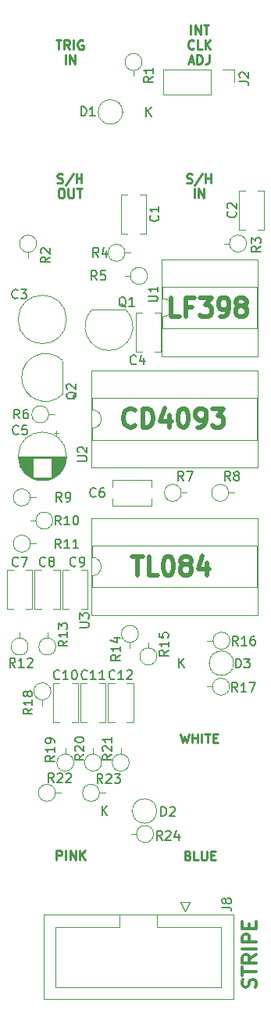
<source format=gto>
%TF.GenerationSoftware,KiCad,Pcbnew,(6.0.1)*%
%TF.CreationDate,2022-11-16T09:00:54-05:00*%
%TF.ProjectId,ER-SH-NOISE-01,45522d53-482d-44e4-9f49-53452d30312e,1*%
%TF.SameCoordinates,Original*%
%TF.FileFunction,Legend,Top*%
%TF.FilePolarity,Positive*%
%FSLAX46Y46*%
G04 Gerber Fmt 4.6, Leading zero omitted, Abs format (unit mm)*
G04 Created by KiCad (PCBNEW (6.0.1)) date 2022-11-16 09:00:54*
%MOMM*%
%LPD*%
G01*
G04 APERTURE LIST*
%ADD10C,0.250000*%
%ADD11C,0.375000*%
%ADD12C,0.500000*%
%ADD13C,0.150000*%
%ADD14C,0.120000*%
G04 APERTURE END LIST*
D10*
X118595238Y-14842380D02*
X118595238Y-13842380D01*
X119071428Y-14842380D02*
X119071428Y-13842380D01*
X119642857Y-14842380D01*
X119642857Y-13842380D01*
X119976190Y-13842380D02*
X120547619Y-13842380D01*
X120261904Y-14842380D02*
X120261904Y-13842380D01*
X118904761Y-16357142D02*
X118857142Y-16404761D01*
X118714285Y-16452380D01*
X118619047Y-16452380D01*
X118476190Y-16404761D01*
X118380952Y-16309523D01*
X118333333Y-16214285D01*
X118285714Y-16023809D01*
X118285714Y-15880952D01*
X118333333Y-15690476D01*
X118380952Y-15595238D01*
X118476190Y-15500000D01*
X118619047Y-15452380D01*
X118714285Y-15452380D01*
X118857142Y-15500000D01*
X118904761Y-15547619D01*
X119809523Y-16452380D02*
X119333333Y-16452380D01*
X119333333Y-15452380D01*
X120142857Y-16452380D02*
X120142857Y-15452380D01*
X120714285Y-16452380D02*
X120285714Y-15880952D01*
X120714285Y-15452380D02*
X120142857Y-16023809D01*
X118380952Y-17776666D02*
X118857142Y-17776666D01*
X118285714Y-18062380D02*
X118619047Y-17062380D01*
X118952380Y-18062380D01*
X119285714Y-18062380D02*
X119285714Y-17062380D01*
X119523809Y-17062380D01*
X119666666Y-17110000D01*
X119761904Y-17205238D01*
X119809523Y-17300476D01*
X119857142Y-17490952D01*
X119857142Y-17633809D01*
X119809523Y-17824285D01*
X119761904Y-17919523D01*
X119666666Y-18014761D01*
X119523809Y-18062380D01*
X119285714Y-18062380D01*
X120571428Y-17062380D02*
X120571428Y-17776666D01*
X120523809Y-17919523D01*
X120428571Y-18014761D01*
X120285714Y-18062380D01*
X120190476Y-18062380D01*
X104038590Y-104236780D02*
X104038590Y-103236780D01*
X104419542Y-103236780D01*
X104514780Y-103284400D01*
X104562400Y-103332019D01*
X104610019Y-103427257D01*
X104610019Y-103570114D01*
X104562400Y-103665352D01*
X104514780Y-103712971D01*
X104419542Y-103760590D01*
X104038590Y-103760590D01*
X105038590Y-104236780D02*
X105038590Y-103236780D01*
X105514780Y-104236780D02*
X105514780Y-103236780D01*
X106086209Y-104236780D01*
X106086209Y-103236780D01*
X106562400Y-104236780D02*
X106562400Y-103236780D01*
X107133828Y-104236780D02*
X106705257Y-103665352D01*
X107133828Y-103236780D02*
X106562400Y-103808209D01*
D11*
X125607142Y-118035714D02*
X125678571Y-117821428D01*
X125678571Y-117464285D01*
X125607142Y-117321428D01*
X125535714Y-117250000D01*
X125392857Y-117178571D01*
X125250000Y-117178571D01*
X125107142Y-117250000D01*
X125035714Y-117321428D01*
X124964285Y-117464285D01*
X124892857Y-117750000D01*
X124821428Y-117892857D01*
X124750000Y-117964285D01*
X124607142Y-118035714D01*
X124464285Y-118035714D01*
X124321428Y-117964285D01*
X124250000Y-117892857D01*
X124178571Y-117750000D01*
X124178571Y-117392857D01*
X124250000Y-117178571D01*
X124178571Y-116750000D02*
X124178571Y-115892857D01*
X125678571Y-116321428D02*
X124178571Y-116321428D01*
X125678571Y-114535714D02*
X124964285Y-115035714D01*
X125678571Y-115392857D02*
X124178571Y-115392857D01*
X124178571Y-114821428D01*
X124250000Y-114678571D01*
X124321428Y-114607142D01*
X124464285Y-114535714D01*
X124678571Y-114535714D01*
X124821428Y-114607142D01*
X124892857Y-114678571D01*
X124964285Y-114821428D01*
X124964285Y-115392857D01*
X125678571Y-113892857D02*
X124178571Y-113892857D01*
X125678571Y-113178571D02*
X124178571Y-113178571D01*
X124178571Y-112607142D01*
X124250000Y-112464285D01*
X124321428Y-112392857D01*
X124464285Y-112321428D01*
X124678571Y-112321428D01*
X124821428Y-112392857D01*
X124892857Y-112464285D01*
X124964285Y-112607142D01*
X124964285Y-113178571D01*
X124892857Y-111678571D02*
X124892857Y-111178571D01*
X125678571Y-110964285D02*
X125678571Y-111678571D01*
X124178571Y-111678571D01*
X124178571Y-110964285D01*
D12*
X117404761Y-45404761D02*
X116452380Y-45404761D01*
X116452380Y-43404761D01*
X118738095Y-44357142D02*
X118071428Y-44357142D01*
X118071428Y-45404761D02*
X118071428Y-43404761D01*
X119023809Y-43404761D01*
X119595238Y-43404761D02*
X120833333Y-43404761D01*
X120166666Y-44166666D01*
X120452380Y-44166666D01*
X120642857Y-44261904D01*
X120738095Y-44357142D01*
X120833333Y-44547619D01*
X120833333Y-45023809D01*
X120738095Y-45214285D01*
X120642857Y-45309523D01*
X120452380Y-45404761D01*
X119880952Y-45404761D01*
X119690476Y-45309523D01*
X119595238Y-45214285D01*
X121785714Y-45404761D02*
X122166666Y-45404761D01*
X122357142Y-45309523D01*
X122452380Y-45214285D01*
X122642857Y-44928571D01*
X122738095Y-44547619D01*
X122738095Y-43785714D01*
X122642857Y-43595238D01*
X122547619Y-43500000D01*
X122357142Y-43404761D01*
X121976190Y-43404761D01*
X121785714Y-43500000D01*
X121690476Y-43595238D01*
X121595238Y-43785714D01*
X121595238Y-44261904D01*
X121690476Y-44452380D01*
X121785714Y-44547619D01*
X121976190Y-44642857D01*
X122357142Y-44642857D01*
X122547619Y-44547619D01*
X122642857Y-44452380D01*
X122738095Y-44261904D01*
X123880952Y-44261904D02*
X123690476Y-44166666D01*
X123595238Y-44071428D01*
X123500000Y-43880952D01*
X123500000Y-43785714D01*
X123595238Y-43595238D01*
X123690476Y-43500000D01*
X123880952Y-43404761D01*
X124261904Y-43404761D01*
X124452380Y-43500000D01*
X124547619Y-43595238D01*
X124642857Y-43785714D01*
X124642857Y-43880952D01*
X124547619Y-44071428D01*
X124452380Y-44166666D01*
X124261904Y-44261904D01*
X123880952Y-44261904D01*
X123690476Y-44357142D01*
X123595238Y-44452380D01*
X123500000Y-44642857D01*
X123500000Y-45023809D01*
X123595238Y-45214285D01*
X123690476Y-45309523D01*
X123880952Y-45404761D01*
X124261904Y-45404761D01*
X124452380Y-45309523D01*
X124547619Y-45214285D01*
X124642857Y-45023809D01*
X124642857Y-44642857D01*
X124547619Y-44452380D01*
X124452380Y-44357142D01*
X124261904Y-44261904D01*
D10*
X117508590Y-90587580D02*
X117746685Y-91587580D01*
X117937161Y-90873295D01*
X118127638Y-91587580D01*
X118365733Y-90587580D01*
X118746685Y-91587580D02*
X118746685Y-90587580D01*
X118746685Y-91063771D02*
X119318114Y-91063771D01*
X119318114Y-91587580D02*
X119318114Y-90587580D01*
X119794304Y-91587580D02*
X119794304Y-90587580D01*
X120127638Y-90587580D02*
X120699066Y-90587580D01*
X120413352Y-91587580D02*
X120413352Y-90587580D01*
X121032400Y-91063771D02*
X121365733Y-91063771D01*
X121508590Y-91587580D02*
X121032400Y-91587580D01*
X121032400Y-90587580D01*
X121508590Y-90587580D01*
X103987790Y-15462180D02*
X104559219Y-15462180D01*
X104273504Y-16462180D02*
X104273504Y-15462180D01*
X105463980Y-16462180D02*
X105130647Y-15985990D01*
X104892552Y-16462180D02*
X104892552Y-15462180D01*
X105273504Y-15462180D01*
X105368742Y-15509800D01*
X105416361Y-15557419D01*
X105463980Y-15652657D01*
X105463980Y-15795514D01*
X105416361Y-15890752D01*
X105368742Y-15938371D01*
X105273504Y-15985990D01*
X104892552Y-15985990D01*
X105892552Y-16462180D02*
X105892552Y-15462180D01*
X106892552Y-15509800D02*
X106797314Y-15462180D01*
X106654457Y-15462180D01*
X106511600Y-15509800D01*
X106416361Y-15605038D01*
X106368742Y-15700276D01*
X106321123Y-15890752D01*
X106321123Y-16033609D01*
X106368742Y-16224085D01*
X106416361Y-16319323D01*
X106511600Y-16414561D01*
X106654457Y-16462180D01*
X106749695Y-16462180D01*
X106892552Y-16414561D01*
X106940171Y-16366942D01*
X106940171Y-16033609D01*
X106749695Y-16033609D01*
X104987790Y-18072180D02*
X104987790Y-17072180D01*
X105463980Y-18072180D02*
X105463980Y-17072180D01*
X106035409Y-18072180D01*
X106035409Y-17072180D01*
D12*
X112261904Y-71404761D02*
X113404761Y-71404761D01*
X112833333Y-73404761D02*
X112833333Y-71404761D01*
X115023809Y-73404761D02*
X114071428Y-73404761D01*
X114071428Y-71404761D01*
X116071428Y-71404761D02*
X116261904Y-71404761D01*
X116452380Y-71500000D01*
X116547619Y-71595238D01*
X116642857Y-71785714D01*
X116738095Y-72166666D01*
X116738095Y-72642857D01*
X116642857Y-73023809D01*
X116547619Y-73214285D01*
X116452380Y-73309523D01*
X116261904Y-73404761D01*
X116071428Y-73404761D01*
X115880952Y-73309523D01*
X115785714Y-73214285D01*
X115690476Y-73023809D01*
X115595238Y-72642857D01*
X115595238Y-72166666D01*
X115690476Y-71785714D01*
X115785714Y-71595238D01*
X115880952Y-71500000D01*
X116071428Y-71404761D01*
X117880952Y-72261904D02*
X117690476Y-72166666D01*
X117595238Y-72071428D01*
X117500000Y-71880952D01*
X117500000Y-71785714D01*
X117595238Y-71595238D01*
X117690476Y-71500000D01*
X117880952Y-71404761D01*
X118261904Y-71404761D01*
X118452380Y-71500000D01*
X118547619Y-71595238D01*
X118642857Y-71785714D01*
X118642857Y-71880952D01*
X118547619Y-72071428D01*
X118452380Y-72166666D01*
X118261904Y-72261904D01*
X117880952Y-72261904D01*
X117690476Y-72357142D01*
X117595238Y-72452380D01*
X117500000Y-72642857D01*
X117500000Y-73023809D01*
X117595238Y-73214285D01*
X117690476Y-73309523D01*
X117880952Y-73404761D01*
X118261904Y-73404761D01*
X118452380Y-73309523D01*
X118547619Y-73214285D01*
X118642857Y-73023809D01*
X118642857Y-72642857D01*
X118547619Y-72452380D01*
X118452380Y-72357142D01*
X118261904Y-72261904D01*
X120357142Y-72071428D02*
X120357142Y-73404761D01*
X119880952Y-71309523D02*
X119404761Y-72738095D01*
X120642857Y-72738095D01*
D10*
X118273676Y-103763771D02*
X118416533Y-103811390D01*
X118464152Y-103859009D01*
X118511771Y-103954247D01*
X118511771Y-104097104D01*
X118464152Y-104192342D01*
X118416533Y-104239961D01*
X118321295Y-104287580D01*
X117940342Y-104287580D01*
X117940342Y-103287580D01*
X118273676Y-103287580D01*
X118368914Y-103335200D01*
X118416533Y-103382819D01*
X118464152Y-103478057D01*
X118464152Y-103573295D01*
X118416533Y-103668533D01*
X118368914Y-103716152D01*
X118273676Y-103763771D01*
X117940342Y-103763771D01*
X119416533Y-104287580D02*
X118940342Y-104287580D01*
X118940342Y-103287580D01*
X119749866Y-103287580D02*
X119749866Y-104097104D01*
X119797485Y-104192342D01*
X119845104Y-104239961D01*
X119940342Y-104287580D01*
X120130819Y-104287580D01*
X120226057Y-104239961D01*
X120273676Y-104192342D01*
X120321295Y-104097104D01*
X120321295Y-103287580D01*
X120797485Y-103763771D02*
X121130819Y-103763771D01*
X121273676Y-104287580D02*
X120797485Y-104287580D01*
X120797485Y-103287580D01*
X121273676Y-103287580D01*
X118148266Y-30892561D02*
X118291123Y-30940180D01*
X118529219Y-30940180D01*
X118624457Y-30892561D01*
X118672076Y-30844942D01*
X118719695Y-30749704D01*
X118719695Y-30654466D01*
X118672076Y-30559228D01*
X118624457Y-30511609D01*
X118529219Y-30463990D01*
X118338742Y-30416371D01*
X118243504Y-30368752D01*
X118195885Y-30321133D01*
X118148266Y-30225895D01*
X118148266Y-30130657D01*
X118195885Y-30035419D01*
X118243504Y-29987800D01*
X118338742Y-29940180D01*
X118576838Y-29940180D01*
X118719695Y-29987800D01*
X119862552Y-29892561D02*
X119005409Y-31178276D01*
X120195885Y-30940180D02*
X120195885Y-29940180D01*
X120195885Y-30416371D02*
X120767314Y-30416371D01*
X120767314Y-30940180D02*
X120767314Y-29940180D01*
X118957790Y-32550180D02*
X118957790Y-31550180D01*
X119433980Y-32550180D02*
X119433980Y-31550180D01*
X120005409Y-32550180D01*
X120005409Y-31550180D01*
X104127466Y-30892561D02*
X104270323Y-30940180D01*
X104508419Y-30940180D01*
X104603657Y-30892561D01*
X104651276Y-30844942D01*
X104698895Y-30749704D01*
X104698895Y-30654466D01*
X104651276Y-30559228D01*
X104603657Y-30511609D01*
X104508419Y-30463990D01*
X104317942Y-30416371D01*
X104222704Y-30368752D01*
X104175085Y-30321133D01*
X104127466Y-30225895D01*
X104127466Y-30130657D01*
X104175085Y-30035419D01*
X104222704Y-29987800D01*
X104317942Y-29940180D01*
X104556038Y-29940180D01*
X104698895Y-29987800D01*
X105841752Y-29892561D02*
X104984609Y-31178276D01*
X106175085Y-30940180D02*
X106175085Y-29940180D01*
X106175085Y-30416371D02*
X106746514Y-30416371D01*
X106746514Y-30940180D02*
X106746514Y-29940180D01*
X104460800Y-31550180D02*
X104651276Y-31550180D01*
X104746514Y-31597800D01*
X104841752Y-31693038D01*
X104889371Y-31883514D01*
X104889371Y-32216847D01*
X104841752Y-32407323D01*
X104746514Y-32502561D01*
X104651276Y-32550180D01*
X104460800Y-32550180D01*
X104365561Y-32502561D01*
X104270323Y-32407323D01*
X104222704Y-32216847D01*
X104222704Y-31883514D01*
X104270323Y-31693038D01*
X104365561Y-31597800D01*
X104460800Y-31550180D01*
X105317942Y-31550180D02*
X105317942Y-32359704D01*
X105365561Y-32454942D01*
X105413180Y-32502561D01*
X105508419Y-32550180D01*
X105698895Y-32550180D01*
X105794133Y-32502561D01*
X105841752Y-32454942D01*
X105889371Y-32359704D01*
X105889371Y-31550180D01*
X106222704Y-31550180D02*
X106794133Y-31550180D01*
X106508419Y-32550180D02*
X106508419Y-31550180D01*
D12*
X112547923Y-57203885D02*
X112452685Y-57299123D01*
X112166971Y-57394361D01*
X111976495Y-57394361D01*
X111690780Y-57299123D01*
X111500304Y-57108647D01*
X111405066Y-56918171D01*
X111309828Y-56537219D01*
X111309828Y-56251504D01*
X111405066Y-55870552D01*
X111500304Y-55680076D01*
X111690780Y-55489600D01*
X111976495Y-55394361D01*
X112166971Y-55394361D01*
X112452685Y-55489600D01*
X112547923Y-55584838D01*
X113405066Y-57394361D02*
X113405066Y-55394361D01*
X113881257Y-55394361D01*
X114166971Y-55489600D01*
X114357447Y-55680076D01*
X114452685Y-55870552D01*
X114547923Y-56251504D01*
X114547923Y-56537219D01*
X114452685Y-56918171D01*
X114357447Y-57108647D01*
X114166971Y-57299123D01*
X113881257Y-57394361D01*
X113405066Y-57394361D01*
X116262209Y-56061028D02*
X116262209Y-57394361D01*
X115786019Y-55299123D02*
X115309828Y-56727695D01*
X116547923Y-56727695D01*
X117690780Y-55394361D02*
X117881257Y-55394361D01*
X118071733Y-55489600D01*
X118166971Y-55584838D01*
X118262209Y-55775314D01*
X118357447Y-56156266D01*
X118357447Y-56632457D01*
X118262209Y-57013409D01*
X118166971Y-57203885D01*
X118071733Y-57299123D01*
X117881257Y-57394361D01*
X117690780Y-57394361D01*
X117500304Y-57299123D01*
X117405066Y-57203885D01*
X117309828Y-57013409D01*
X117214590Y-56632457D01*
X117214590Y-56156266D01*
X117309828Y-55775314D01*
X117405066Y-55584838D01*
X117500304Y-55489600D01*
X117690780Y-55394361D01*
X119309828Y-57394361D02*
X119690780Y-57394361D01*
X119881257Y-57299123D01*
X119976495Y-57203885D01*
X120166971Y-56918171D01*
X120262209Y-56537219D01*
X120262209Y-55775314D01*
X120166971Y-55584838D01*
X120071733Y-55489600D01*
X119881257Y-55394361D01*
X119500304Y-55394361D01*
X119309828Y-55489600D01*
X119214590Y-55584838D01*
X119119352Y-55775314D01*
X119119352Y-56251504D01*
X119214590Y-56441980D01*
X119309828Y-56537219D01*
X119500304Y-56632457D01*
X119881257Y-56632457D01*
X120071733Y-56537219D01*
X120166971Y-56441980D01*
X120262209Y-56251504D01*
X120928876Y-55394361D02*
X122166971Y-55394361D01*
X121500304Y-56156266D01*
X121786019Y-56156266D01*
X121976495Y-56251504D01*
X122071733Y-56346742D01*
X122166971Y-56537219D01*
X122166971Y-57013409D01*
X122071733Y-57203885D01*
X121976495Y-57299123D01*
X121786019Y-57394361D01*
X121214590Y-57394361D01*
X121024114Y-57299123D01*
X120928876Y-57203885D01*
D13*
%TO.C,U1*%
X114006380Y-43738704D02*
X114815904Y-43738704D01*
X114911142Y-43691085D01*
X114958761Y-43643466D01*
X115006380Y-43548228D01*
X115006380Y-43357752D01*
X114958761Y-43262514D01*
X114911142Y-43214895D01*
X114815904Y-43167276D01*
X114006380Y-43167276D01*
X115006380Y-42167276D02*
X115006380Y-42738704D01*
X115006380Y-42452990D02*
X114006380Y-42452990D01*
X114149238Y-42548228D01*
X114244476Y-42643466D01*
X114292095Y-42738704D01*
%TO.C,R19*%
X103830380Y-92971857D02*
X103354190Y-93305190D01*
X103830380Y-93543285D02*
X102830380Y-93543285D01*
X102830380Y-93162333D01*
X102878000Y-93067095D01*
X102925619Y-93019476D01*
X103020857Y-92971857D01*
X103163714Y-92971857D01*
X103258952Y-93019476D01*
X103306571Y-93067095D01*
X103354190Y-93162333D01*
X103354190Y-93543285D01*
X103830380Y-92019476D02*
X103830380Y-92590904D01*
X103830380Y-92305190D02*
X102830380Y-92305190D01*
X102973238Y-92400428D01*
X103068476Y-92495666D01*
X103116095Y-92590904D01*
X103830380Y-91543285D02*
X103830380Y-91352809D01*
X103782761Y-91257571D01*
X103735142Y-91209952D01*
X103592285Y-91114714D01*
X103401809Y-91067095D01*
X103020857Y-91067095D01*
X102925619Y-91114714D01*
X102878000Y-91162333D01*
X102830380Y-91257571D01*
X102830380Y-91448047D01*
X102878000Y-91543285D01*
X102925619Y-91590904D01*
X103020857Y-91638523D01*
X103258952Y-91638523D01*
X103354190Y-91590904D01*
X103401809Y-91543285D01*
X103449428Y-91448047D01*
X103449428Y-91257571D01*
X103401809Y-91162333D01*
X103354190Y-91114714D01*
X103258952Y-91067095D01*
%TO.C,D2*%
X115390704Y-99512380D02*
X115390704Y-98512380D01*
X115628800Y-98512380D01*
X115771657Y-98560000D01*
X115866895Y-98655238D01*
X115914514Y-98750476D01*
X115962133Y-98940952D01*
X115962133Y-99083809D01*
X115914514Y-99274285D01*
X115866895Y-99369523D01*
X115771657Y-99464761D01*
X115628800Y-99512380D01*
X115390704Y-99512380D01*
X116343085Y-98607619D02*
X116390704Y-98560000D01*
X116485942Y-98512380D01*
X116724038Y-98512380D01*
X116819276Y-98560000D01*
X116866895Y-98607619D01*
X116914514Y-98702857D01*
X116914514Y-98798095D01*
X116866895Y-98940952D01*
X116295466Y-99512380D01*
X116914514Y-99512380D01*
X108983610Y-99410780D02*
X108983610Y-98410780D01*
X109555038Y-99410780D02*
X109126467Y-98839352D01*
X109555038Y-98410780D02*
X108983610Y-98982209D01*
%TO.C,R6*%
X100036333Y-56452380D02*
X99703000Y-55976190D01*
X99464904Y-56452380D02*
X99464904Y-55452380D01*
X99845857Y-55452380D01*
X99941095Y-55500000D01*
X99988714Y-55547619D01*
X100036333Y-55642857D01*
X100036333Y-55785714D01*
X99988714Y-55880952D01*
X99941095Y-55928571D01*
X99845857Y-55976190D01*
X99464904Y-55976190D01*
X100893476Y-55452380D02*
X100703000Y-55452380D01*
X100607761Y-55500000D01*
X100560142Y-55547619D01*
X100464904Y-55690476D01*
X100417285Y-55880952D01*
X100417285Y-56261904D01*
X100464904Y-56357142D01*
X100512523Y-56404761D01*
X100607761Y-56452380D01*
X100798238Y-56452380D01*
X100893476Y-56404761D01*
X100941095Y-56357142D01*
X100988714Y-56261904D01*
X100988714Y-56023809D01*
X100941095Y-55928571D01*
X100893476Y-55880952D01*
X100798238Y-55833333D01*
X100607761Y-55833333D01*
X100512523Y-55880952D01*
X100464904Y-55928571D01*
X100417285Y-56023809D01*
%TO.C,U2*%
X106337376Y-61086896D02*
X107146900Y-61086896D01*
X107242138Y-61039277D01*
X107289757Y-60991658D01*
X107337376Y-60896420D01*
X107337376Y-60705944D01*
X107289757Y-60610706D01*
X107242138Y-60563087D01*
X107146900Y-60515468D01*
X106337376Y-60515468D01*
X106432615Y-60086896D02*
X106384996Y-60039277D01*
X106337376Y-59944039D01*
X106337376Y-59705944D01*
X106384996Y-59610706D01*
X106432615Y-59563087D01*
X106527853Y-59515468D01*
X106623091Y-59515468D01*
X106765948Y-59563087D01*
X107337376Y-60134515D01*
X107337376Y-59515468D01*
%TO.C,C12*%
X110357149Y-84607143D02*
X110309530Y-84654762D01*
X110166673Y-84702381D01*
X110071435Y-84702381D01*
X109928578Y-84654762D01*
X109833340Y-84559524D01*
X109785721Y-84464286D01*
X109738102Y-84273810D01*
X109738102Y-84130953D01*
X109785721Y-83940477D01*
X109833340Y-83845239D01*
X109928578Y-83750001D01*
X110071435Y-83702381D01*
X110166673Y-83702381D01*
X110309530Y-83750001D01*
X110357149Y-83797620D01*
X111309530Y-84702381D02*
X110738102Y-84702381D01*
X111023816Y-84702381D02*
X111023816Y-83702381D01*
X110928578Y-83845239D01*
X110833340Y-83940477D01*
X110738102Y-83988096D01*
X111690483Y-83797620D02*
X111738102Y-83750001D01*
X111833340Y-83702381D01*
X112071435Y-83702381D01*
X112166673Y-83750001D01*
X112214292Y-83797620D01*
X112261911Y-83892858D01*
X112261911Y-83988096D01*
X112214292Y-84130953D01*
X111642864Y-84702381D01*
X112261911Y-84702381D01*
%TO.C,C1*%
X115038142Y-34456656D02*
X115085761Y-34504275D01*
X115133380Y-34647132D01*
X115133380Y-34742370D01*
X115085761Y-34885228D01*
X114990523Y-34980466D01*
X114895285Y-35028085D01*
X114704809Y-35075704D01*
X114561952Y-35075704D01*
X114371476Y-35028085D01*
X114276238Y-34980466D01*
X114181000Y-34885228D01*
X114133380Y-34742370D01*
X114133380Y-34647132D01*
X114181000Y-34504275D01*
X114228619Y-34456656D01*
X115133380Y-33504275D02*
X115133380Y-34075704D01*
X115133380Y-33789990D02*
X114133380Y-33789990D01*
X114276238Y-33885228D01*
X114371476Y-33980466D01*
X114419095Y-34075704D01*
%TO.C,R13*%
X105227380Y-80522857D02*
X104751190Y-80856190D01*
X105227380Y-81094285D02*
X104227380Y-81094285D01*
X104227380Y-80713333D01*
X104275000Y-80618095D01*
X104322619Y-80570476D01*
X104417857Y-80522857D01*
X104560714Y-80522857D01*
X104655952Y-80570476D01*
X104703571Y-80618095D01*
X104751190Y-80713333D01*
X104751190Y-81094285D01*
X105227380Y-79570476D02*
X105227380Y-80141904D01*
X105227380Y-79856190D02*
X104227380Y-79856190D01*
X104370238Y-79951428D01*
X104465476Y-80046666D01*
X104513095Y-80141904D01*
X104227380Y-79237142D02*
X104227380Y-78618095D01*
X104608333Y-78951428D01*
X104608333Y-78808571D01*
X104655952Y-78713333D01*
X104703571Y-78665714D01*
X104798809Y-78618095D01*
X105036904Y-78618095D01*
X105132142Y-78665714D01*
X105179761Y-78713333D01*
X105227380Y-78808571D01*
X105227380Y-79094285D01*
X105179761Y-79189523D01*
X105132142Y-79237142D01*
%TO.C,R5*%
X108418333Y-41452380D02*
X108085000Y-40976190D01*
X107846904Y-41452380D02*
X107846904Y-40452380D01*
X108227857Y-40452380D01*
X108323095Y-40500000D01*
X108370714Y-40547619D01*
X108418333Y-40642857D01*
X108418333Y-40785714D01*
X108370714Y-40880952D01*
X108323095Y-40928571D01*
X108227857Y-40976190D01*
X107846904Y-40976190D01*
X109323095Y-40452380D02*
X108846904Y-40452380D01*
X108799285Y-40928571D01*
X108846904Y-40880952D01*
X108942142Y-40833333D01*
X109180238Y-40833333D01*
X109275476Y-40880952D01*
X109323095Y-40928571D01*
X109370714Y-41023809D01*
X109370714Y-41261904D01*
X109323095Y-41357142D01*
X109275476Y-41404761D01*
X109180238Y-41452380D01*
X108942142Y-41452380D01*
X108846904Y-41404761D01*
X108799285Y-41357142D01*
%TO.C,R3*%
X126182380Y-37809466D02*
X125706190Y-38142800D01*
X126182380Y-38380895D02*
X125182380Y-38380895D01*
X125182380Y-37999942D01*
X125230000Y-37904704D01*
X125277619Y-37857085D01*
X125372857Y-37809466D01*
X125515714Y-37809466D01*
X125610952Y-37857085D01*
X125658571Y-37904704D01*
X125706190Y-37999942D01*
X125706190Y-38380895D01*
X125182380Y-37476133D02*
X125182380Y-36857085D01*
X125563333Y-37190419D01*
X125563333Y-37047561D01*
X125610952Y-36952323D01*
X125658571Y-36904704D01*
X125753809Y-36857085D01*
X125991904Y-36857085D01*
X126087142Y-36904704D01*
X126134761Y-36952323D01*
X126182380Y-37047561D01*
X126182380Y-37333276D01*
X126134761Y-37428514D01*
X126087142Y-37476133D01*
%TO.C,J2*%
X123861580Y-19942133D02*
X124575866Y-19942133D01*
X124718723Y-19989752D01*
X124813961Y-20084990D01*
X124861580Y-20227847D01*
X124861580Y-20323085D01*
X123956819Y-19513561D02*
X123909200Y-19465942D01*
X123861580Y-19370704D01*
X123861580Y-19132609D01*
X123909200Y-19037371D01*
X123956819Y-18989752D01*
X124052057Y-18942133D01*
X124147295Y-18942133D01*
X124290152Y-18989752D01*
X124861580Y-19561180D01*
X124861580Y-18942133D01*
%TO.C,D3*%
X123467904Y-83459580D02*
X123467904Y-82459580D01*
X123706000Y-82459580D01*
X123848857Y-82507200D01*
X123944095Y-82602438D01*
X123991714Y-82697676D01*
X124039333Y-82888152D01*
X124039333Y-83031009D01*
X123991714Y-83221485D01*
X123944095Y-83316723D01*
X123848857Y-83411961D01*
X123706000Y-83459580D01*
X123467904Y-83459580D01*
X124372666Y-82459580D02*
X124991714Y-82459580D01*
X124658380Y-82840533D01*
X124801238Y-82840533D01*
X124896476Y-82888152D01*
X124944095Y-82935771D01*
X124991714Y-83031009D01*
X124991714Y-83269104D01*
X124944095Y-83364342D01*
X124896476Y-83411961D01*
X124801238Y-83459580D01*
X124515523Y-83459580D01*
X124420285Y-83411961D01*
X124372666Y-83364342D01*
X117318095Y-83408780D02*
X117318095Y-82408780D01*
X117889523Y-83408780D02*
X117460952Y-82837352D01*
X117889523Y-82408780D02*
X117318095Y-82980209D01*
%TO.C,R18*%
X101417380Y-87872857D02*
X100941190Y-88206190D01*
X101417380Y-88444285D02*
X100417380Y-88444285D01*
X100417380Y-88063333D01*
X100465000Y-87968095D01*
X100512619Y-87920476D01*
X100607857Y-87872857D01*
X100750714Y-87872857D01*
X100845952Y-87920476D01*
X100893571Y-87968095D01*
X100941190Y-88063333D01*
X100941190Y-88444285D01*
X101417380Y-86920476D02*
X101417380Y-87491904D01*
X101417380Y-87206190D02*
X100417380Y-87206190D01*
X100560238Y-87301428D01*
X100655476Y-87396666D01*
X100703095Y-87491904D01*
X100845952Y-86349047D02*
X100798333Y-86444285D01*
X100750714Y-86491904D01*
X100655476Y-86539523D01*
X100607857Y-86539523D01*
X100512619Y-86491904D01*
X100465000Y-86444285D01*
X100417380Y-86349047D01*
X100417380Y-86158571D01*
X100465000Y-86063333D01*
X100512619Y-86015714D01*
X100607857Y-85968095D01*
X100655476Y-85968095D01*
X100750714Y-86015714D01*
X100798333Y-86063333D01*
X100845952Y-86158571D01*
X100845952Y-86349047D01*
X100893571Y-86444285D01*
X100941190Y-86491904D01*
X101036428Y-86539523D01*
X101226904Y-86539523D01*
X101322142Y-86491904D01*
X101369761Y-86444285D01*
X101417380Y-86349047D01*
X101417380Y-86158571D01*
X101369761Y-86063333D01*
X101322142Y-86015714D01*
X101226904Y-85968095D01*
X101036428Y-85968095D01*
X100941190Y-86015714D01*
X100893571Y-86063333D01*
X100845952Y-86158571D01*
%TO.C,J8*%
X121981980Y-109400933D02*
X122696266Y-109400933D01*
X122839123Y-109448552D01*
X122934361Y-109543790D01*
X122981980Y-109686647D01*
X122981980Y-109781885D01*
X122410552Y-108781885D02*
X122362933Y-108877123D01*
X122315314Y-108924742D01*
X122220076Y-108972361D01*
X122172457Y-108972361D01*
X122077219Y-108924742D01*
X122029600Y-108877123D01*
X121981980Y-108781885D01*
X121981980Y-108591409D01*
X122029600Y-108496171D01*
X122077219Y-108448552D01*
X122172457Y-108400933D01*
X122220076Y-108400933D01*
X122315314Y-108448552D01*
X122362933Y-108496171D01*
X122410552Y-108591409D01*
X122410552Y-108781885D01*
X122458171Y-108877123D01*
X122505790Y-108924742D01*
X122601028Y-108972361D01*
X122791504Y-108972361D01*
X122886742Y-108924742D01*
X122934361Y-108877123D01*
X122981980Y-108781885D01*
X122981980Y-108591409D01*
X122934361Y-108496171D01*
X122886742Y-108448552D01*
X122791504Y-108400933D01*
X122601028Y-108400933D01*
X122505790Y-108448552D01*
X122458171Y-108496171D01*
X122410552Y-108591409D01*
%TO.C,R11*%
X104513142Y-70505580D02*
X104179809Y-70029390D01*
X103941714Y-70505580D02*
X103941714Y-69505580D01*
X104322666Y-69505580D01*
X104417904Y-69553200D01*
X104465523Y-69600819D01*
X104513142Y-69696057D01*
X104513142Y-69838914D01*
X104465523Y-69934152D01*
X104417904Y-69981771D01*
X104322666Y-70029390D01*
X103941714Y-70029390D01*
X105465523Y-70505580D02*
X104894095Y-70505580D01*
X105179809Y-70505580D02*
X105179809Y-69505580D01*
X105084571Y-69648438D01*
X104989333Y-69743676D01*
X104894095Y-69791295D01*
X106417904Y-70505580D02*
X105846476Y-70505580D01*
X106132190Y-70505580D02*
X106132190Y-69505580D01*
X106036952Y-69648438D01*
X105941714Y-69743676D01*
X105846476Y-69791295D01*
%TO.C,R23*%
X109034342Y-95956380D02*
X108701009Y-95480190D01*
X108462914Y-95956380D02*
X108462914Y-94956380D01*
X108843866Y-94956380D01*
X108939104Y-95004000D01*
X108986723Y-95051619D01*
X109034342Y-95146857D01*
X109034342Y-95289714D01*
X108986723Y-95384952D01*
X108939104Y-95432571D01*
X108843866Y-95480190D01*
X108462914Y-95480190D01*
X109415295Y-95051619D02*
X109462914Y-95004000D01*
X109558152Y-94956380D01*
X109796247Y-94956380D01*
X109891485Y-95004000D01*
X109939104Y-95051619D01*
X109986723Y-95146857D01*
X109986723Y-95242095D01*
X109939104Y-95384952D01*
X109367676Y-95956380D01*
X109986723Y-95956380D01*
X110320057Y-94956380D02*
X110939104Y-94956380D01*
X110605771Y-95337333D01*
X110748628Y-95337333D01*
X110843866Y-95384952D01*
X110891485Y-95432571D01*
X110939104Y-95527809D01*
X110939104Y-95765904D01*
X110891485Y-95861142D01*
X110843866Y-95908761D01*
X110748628Y-95956380D01*
X110462914Y-95956380D01*
X110367676Y-95908761D01*
X110320057Y-95861142D01*
%TO.C,C7*%
X99878345Y-72366142D02*
X99830726Y-72413761D01*
X99687869Y-72461380D01*
X99592631Y-72461380D01*
X99449773Y-72413761D01*
X99354535Y-72318523D01*
X99306916Y-72223285D01*
X99259297Y-72032809D01*
X99259297Y-71889952D01*
X99306916Y-71699476D01*
X99354535Y-71604238D01*
X99449773Y-71509000D01*
X99592631Y-71461380D01*
X99687869Y-71461380D01*
X99830726Y-71509000D01*
X99878345Y-71556619D01*
X100211678Y-71461380D02*
X100878345Y-71461380D01*
X100449773Y-72461380D01*
%TO.C,D1*%
X106703904Y-23667980D02*
X106703904Y-22667980D01*
X106942000Y-22667980D01*
X107084857Y-22715600D01*
X107180095Y-22810838D01*
X107227714Y-22906076D01*
X107275333Y-23096552D01*
X107275333Y-23239409D01*
X107227714Y-23429885D01*
X107180095Y-23525123D01*
X107084857Y-23620361D01*
X106942000Y-23667980D01*
X106703904Y-23667980D01*
X108227714Y-23667980D02*
X107656285Y-23667980D01*
X107942000Y-23667980D02*
X107942000Y-22667980D01*
X107846761Y-22810838D01*
X107751523Y-22906076D01*
X107656285Y-22953695D01*
X113784095Y-23693380D02*
X113784095Y-22693380D01*
X114355523Y-23693380D02*
X113926952Y-23121952D01*
X114355523Y-22693380D02*
X113784095Y-23264809D01*
%TO.C,C5*%
X99909333Y-58097255D02*
X99861714Y-58144874D01*
X99718857Y-58192493D01*
X99623619Y-58192493D01*
X99480761Y-58144874D01*
X99385523Y-58049636D01*
X99337904Y-57954398D01*
X99290285Y-57763922D01*
X99290285Y-57621065D01*
X99337904Y-57430589D01*
X99385523Y-57335351D01*
X99480761Y-57240113D01*
X99623619Y-57192493D01*
X99718857Y-57192493D01*
X99861714Y-57240113D01*
X99909333Y-57287732D01*
X100814095Y-57192493D02*
X100337904Y-57192493D01*
X100290285Y-57668684D01*
X100337904Y-57621065D01*
X100433142Y-57573446D01*
X100671238Y-57573446D01*
X100766476Y-57621065D01*
X100814095Y-57668684D01*
X100861714Y-57763922D01*
X100861714Y-58002017D01*
X100814095Y-58097255D01*
X100766476Y-58144874D01*
X100671238Y-58192493D01*
X100433142Y-58192493D01*
X100337904Y-58144874D01*
X100290285Y-58097255D01*
%TO.C,R4*%
X108596133Y-38952380D02*
X108262800Y-38476190D01*
X108024704Y-38952380D02*
X108024704Y-37952380D01*
X108405657Y-37952380D01*
X108500895Y-38000000D01*
X108548514Y-38047619D01*
X108596133Y-38142857D01*
X108596133Y-38285714D01*
X108548514Y-38380952D01*
X108500895Y-38428571D01*
X108405657Y-38476190D01*
X108024704Y-38476190D01*
X109453276Y-38285714D02*
X109453276Y-38952380D01*
X109215180Y-37904761D02*
X108977085Y-38619047D01*
X109596133Y-38619047D01*
%TO.C,R2*%
X103337380Y-38951666D02*
X102861190Y-39285000D01*
X103337380Y-39523095D02*
X102337380Y-39523095D01*
X102337380Y-39142142D01*
X102385000Y-39046904D01*
X102432619Y-38999285D01*
X102527857Y-38951666D01*
X102670714Y-38951666D01*
X102765952Y-38999285D01*
X102813571Y-39046904D01*
X102861190Y-39142142D01*
X102861190Y-39523095D01*
X102432619Y-38570714D02*
X102385000Y-38523095D01*
X102337380Y-38427857D01*
X102337380Y-38189761D01*
X102385000Y-38094523D01*
X102432619Y-38046904D01*
X102527857Y-37999285D01*
X102623095Y-37999285D01*
X102765952Y-38046904D01*
X103337380Y-38618333D01*
X103337380Y-37999285D01*
%TO.C,R15*%
X116174780Y-81541857D02*
X115698590Y-81875190D01*
X116174780Y-82113285D02*
X115174780Y-82113285D01*
X115174780Y-81732333D01*
X115222400Y-81637095D01*
X115270019Y-81589476D01*
X115365257Y-81541857D01*
X115508114Y-81541857D01*
X115603352Y-81589476D01*
X115650971Y-81637095D01*
X115698590Y-81732333D01*
X115698590Y-82113285D01*
X116174780Y-80589476D02*
X116174780Y-81160904D01*
X116174780Y-80875190D02*
X115174780Y-80875190D01*
X115317638Y-80970428D01*
X115412876Y-81065666D01*
X115460495Y-81160904D01*
X115174780Y-79684714D02*
X115174780Y-80160904D01*
X115650971Y-80208523D01*
X115603352Y-80160904D01*
X115555733Y-80065666D01*
X115555733Y-79827571D01*
X115603352Y-79732333D01*
X115650971Y-79684714D01*
X115746209Y-79637095D01*
X115984304Y-79637095D01*
X116079542Y-79684714D01*
X116127161Y-79732333D01*
X116174780Y-79827571D01*
X116174780Y-80065666D01*
X116127161Y-80160904D01*
X116079542Y-80208523D01*
%TO.C,R20*%
X107005380Y-92844857D02*
X106529190Y-93178190D01*
X107005380Y-93416285D02*
X106005380Y-93416285D01*
X106005380Y-93035333D01*
X106053000Y-92940095D01*
X106100619Y-92892476D01*
X106195857Y-92844857D01*
X106338714Y-92844857D01*
X106433952Y-92892476D01*
X106481571Y-92940095D01*
X106529190Y-93035333D01*
X106529190Y-93416285D01*
X106100619Y-92463904D02*
X106053000Y-92416285D01*
X106005380Y-92321047D01*
X106005380Y-92082952D01*
X106053000Y-91987714D01*
X106100619Y-91940095D01*
X106195857Y-91892476D01*
X106291095Y-91892476D01*
X106433952Y-91940095D01*
X107005380Y-92511523D01*
X107005380Y-91892476D01*
X106005380Y-91273428D02*
X106005380Y-91178190D01*
X106053000Y-91082952D01*
X106100619Y-91035333D01*
X106195857Y-90987714D01*
X106386333Y-90940095D01*
X106624428Y-90940095D01*
X106814904Y-90987714D01*
X106910142Y-91035333D01*
X106957761Y-91082952D01*
X107005380Y-91178190D01*
X107005380Y-91273428D01*
X106957761Y-91368666D01*
X106910142Y-91416285D01*
X106814904Y-91463904D01*
X106624428Y-91511523D01*
X106386333Y-91511523D01*
X106195857Y-91463904D01*
X106100619Y-91416285D01*
X106053000Y-91368666D01*
X106005380Y-91273428D01*
%TO.C,R9*%
X104608333Y-65452380D02*
X104275000Y-64976190D01*
X104036904Y-65452380D02*
X104036904Y-64452380D01*
X104417857Y-64452380D01*
X104513095Y-64500000D01*
X104560714Y-64547619D01*
X104608333Y-64642857D01*
X104608333Y-64785714D01*
X104560714Y-64880952D01*
X104513095Y-64928571D01*
X104417857Y-64976190D01*
X104036904Y-64976190D01*
X105084523Y-65452380D02*
X105275000Y-65452380D01*
X105370238Y-65404761D01*
X105417857Y-65357142D01*
X105513095Y-65214285D01*
X105560714Y-65023809D01*
X105560714Y-64642857D01*
X105513095Y-64547619D01*
X105465476Y-64500000D01*
X105370238Y-64452380D01*
X105179761Y-64452380D01*
X105084523Y-64500000D01*
X105036904Y-64547619D01*
X104989285Y-64642857D01*
X104989285Y-64880952D01*
X105036904Y-64976190D01*
X105084523Y-65023809D01*
X105179761Y-65071428D01*
X105370238Y-65071428D01*
X105465476Y-65023809D01*
X105513095Y-64976190D01*
X105560714Y-64880952D01*
%TO.C,U3*%
X106538780Y-79095504D02*
X107348304Y-79095504D01*
X107443542Y-79047885D01*
X107491161Y-79000266D01*
X107538780Y-78905028D01*
X107538780Y-78714552D01*
X107491161Y-78619314D01*
X107443542Y-78571695D01*
X107348304Y-78524076D01*
X106538780Y-78524076D01*
X106538780Y-78143123D02*
X106538780Y-77524076D01*
X106919733Y-77857409D01*
X106919733Y-77714552D01*
X106967352Y-77619314D01*
X107014971Y-77571695D01*
X107110209Y-77524076D01*
X107348304Y-77524076D01*
X107443542Y-77571695D01*
X107491161Y-77619314D01*
X107538780Y-77714552D01*
X107538780Y-78000266D01*
X107491161Y-78095504D01*
X107443542Y-78143123D01*
%TO.C,R8*%
X122883333Y-63190380D02*
X122550000Y-62714190D01*
X122311904Y-63190380D02*
X122311904Y-62190380D01*
X122692857Y-62190380D01*
X122788095Y-62238000D01*
X122835714Y-62285619D01*
X122883333Y-62380857D01*
X122883333Y-62523714D01*
X122835714Y-62618952D01*
X122788095Y-62666571D01*
X122692857Y-62714190D01*
X122311904Y-62714190D01*
X123454761Y-62618952D02*
X123359523Y-62571333D01*
X123311904Y-62523714D01*
X123264285Y-62428476D01*
X123264285Y-62380857D01*
X123311904Y-62285619D01*
X123359523Y-62238000D01*
X123454761Y-62190380D01*
X123645238Y-62190380D01*
X123740476Y-62238000D01*
X123788095Y-62285619D01*
X123835714Y-62380857D01*
X123835714Y-62428476D01*
X123788095Y-62523714D01*
X123740476Y-62571333D01*
X123645238Y-62618952D01*
X123454761Y-62618952D01*
X123359523Y-62666571D01*
X123311904Y-62714190D01*
X123264285Y-62809428D01*
X123264285Y-62999904D01*
X123311904Y-63095142D01*
X123359523Y-63142761D01*
X123454761Y-63190380D01*
X123645238Y-63190380D01*
X123740476Y-63142761D01*
X123788095Y-63095142D01*
X123835714Y-62999904D01*
X123835714Y-62809428D01*
X123788095Y-62714190D01*
X123740476Y-62666571D01*
X123645238Y-62618952D01*
%TO.C,R14*%
X110942380Y-82049857D02*
X110466190Y-82383190D01*
X110942380Y-82621285D02*
X109942380Y-82621285D01*
X109942380Y-82240333D01*
X109990000Y-82145095D01*
X110037619Y-82097476D01*
X110132857Y-82049857D01*
X110275714Y-82049857D01*
X110370952Y-82097476D01*
X110418571Y-82145095D01*
X110466190Y-82240333D01*
X110466190Y-82621285D01*
X110942380Y-81097476D02*
X110942380Y-81668904D01*
X110942380Y-81383190D02*
X109942380Y-81383190D01*
X110085238Y-81478428D01*
X110180476Y-81573666D01*
X110228095Y-81668904D01*
X110275714Y-80240333D02*
X110942380Y-80240333D01*
X109894761Y-80478428D02*
X110609047Y-80716523D01*
X110609047Y-80097476D01*
%TO.C,C9*%
X106132333Y-72366142D02*
X106084714Y-72413761D01*
X105941857Y-72461380D01*
X105846619Y-72461380D01*
X105703761Y-72413761D01*
X105608523Y-72318523D01*
X105560904Y-72223285D01*
X105513285Y-72032809D01*
X105513285Y-71889952D01*
X105560904Y-71699476D01*
X105608523Y-71604238D01*
X105703761Y-71509000D01*
X105846619Y-71461380D01*
X105941857Y-71461380D01*
X106084714Y-71509000D01*
X106132333Y-71556619D01*
X106608523Y-72461380D02*
X106799000Y-72461380D01*
X106894238Y-72413761D01*
X106941857Y-72366142D01*
X107037095Y-72223285D01*
X107084714Y-72032809D01*
X107084714Y-71651857D01*
X107037095Y-71556619D01*
X106989476Y-71509000D01*
X106894238Y-71461380D01*
X106703761Y-71461380D01*
X106608523Y-71509000D01*
X106560904Y-71556619D01*
X106513285Y-71651857D01*
X106513285Y-71889952D01*
X106560904Y-71985190D01*
X106608523Y-72032809D01*
X106703761Y-72080428D01*
X106894238Y-72080428D01*
X106989476Y-72032809D01*
X107037095Y-71985190D01*
X107084714Y-71889952D01*
%TO.C,R7*%
X117816333Y-63190380D02*
X117483000Y-62714190D01*
X117244904Y-63190380D02*
X117244904Y-62190380D01*
X117625857Y-62190380D01*
X117721095Y-62238000D01*
X117768714Y-62285619D01*
X117816333Y-62380857D01*
X117816333Y-62523714D01*
X117768714Y-62618952D01*
X117721095Y-62666571D01*
X117625857Y-62714190D01*
X117244904Y-62714190D01*
X118149666Y-62190380D02*
X118816333Y-62190380D01*
X118387761Y-63190380D01*
%TO.C,R1*%
X114498380Y-19419866D02*
X114022190Y-19753200D01*
X114498380Y-19991295D02*
X113498380Y-19991295D01*
X113498380Y-19610342D01*
X113546000Y-19515104D01*
X113593619Y-19467485D01*
X113688857Y-19419866D01*
X113831714Y-19419866D01*
X113926952Y-19467485D01*
X113974571Y-19515104D01*
X114022190Y-19610342D01*
X114022190Y-19991295D01*
X114498380Y-18467485D02*
X114498380Y-19038914D01*
X114498380Y-18753200D02*
X113498380Y-18753200D01*
X113641238Y-18848438D01*
X113736476Y-18943676D01*
X113784095Y-19038914D01*
%TO.C,C6*%
X108288323Y-64857142D02*
X108240704Y-64904761D01*
X108097847Y-64952380D01*
X108002609Y-64952380D01*
X107859751Y-64904761D01*
X107764513Y-64809523D01*
X107716894Y-64714285D01*
X107669275Y-64523809D01*
X107669275Y-64380952D01*
X107716894Y-64190476D01*
X107764513Y-64095238D01*
X107859751Y-64000000D01*
X108002609Y-63952380D01*
X108097847Y-63952380D01*
X108240704Y-64000000D01*
X108288323Y-64047619D01*
X109145466Y-63952380D02*
X108954990Y-63952380D01*
X108859751Y-64000000D01*
X108812132Y-64047619D01*
X108716894Y-64190476D01*
X108669275Y-64380952D01*
X108669275Y-64761904D01*
X108716894Y-64857142D01*
X108764513Y-64904761D01*
X108859751Y-64952380D01*
X109050228Y-64952380D01*
X109145466Y-64904761D01*
X109193085Y-64857142D01*
X109240704Y-64761904D01*
X109240704Y-64523809D01*
X109193085Y-64428571D01*
X109145466Y-64380952D01*
X109050228Y-64333333D01*
X108859751Y-64333333D01*
X108764513Y-64380952D01*
X108716894Y-64428571D01*
X108669275Y-64523809D01*
%TO.C,Q2*%
X106211619Y-53595238D02*
X106164000Y-53690476D01*
X106068761Y-53785714D01*
X105925904Y-53928571D01*
X105878285Y-54023809D01*
X105878285Y-54119047D01*
X106116380Y-54071428D02*
X106068761Y-54166666D01*
X105973523Y-54261904D01*
X105783047Y-54309523D01*
X105449714Y-54309523D01*
X105259238Y-54261904D01*
X105164000Y-54166666D01*
X105116380Y-54071428D01*
X105116380Y-53880952D01*
X105164000Y-53785714D01*
X105259238Y-53690476D01*
X105449714Y-53642857D01*
X105783047Y-53642857D01*
X105973523Y-53690476D01*
X106068761Y-53785714D01*
X106116380Y-53880952D01*
X106116380Y-54071428D01*
X105211619Y-53261904D02*
X105164000Y-53214285D01*
X105116380Y-53119047D01*
X105116380Y-52880952D01*
X105164000Y-52785714D01*
X105211619Y-52738095D01*
X105306857Y-52690476D01*
X105402095Y-52690476D01*
X105544952Y-52738095D01*
X106116380Y-53309523D01*
X106116380Y-52690476D01*
%TO.C,C8*%
X102830333Y-72366142D02*
X102782714Y-72413761D01*
X102639857Y-72461380D01*
X102544619Y-72461380D01*
X102401761Y-72413761D01*
X102306523Y-72318523D01*
X102258904Y-72223285D01*
X102211285Y-72032809D01*
X102211285Y-71889952D01*
X102258904Y-71699476D01*
X102306523Y-71604238D01*
X102401761Y-71509000D01*
X102544619Y-71461380D01*
X102639857Y-71461380D01*
X102782714Y-71509000D01*
X102830333Y-71556619D01*
X103401761Y-71889952D02*
X103306523Y-71842333D01*
X103258904Y-71794714D01*
X103211285Y-71699476D01*
X103211285Y-71651857D01*
X103258904Y-71556619D01*
X103306523Y-71509000D01*
X103401761Y-71461380D01*
X103592238Y-71461380D01*
X103687476Y-71509000D01*
X103735095Y-71556619D01*
X103782714Y-71651857D01*
X103782714Y-71699476D01*
X103735095Y-71794714D01*
X103687476Y-71842333D01*
X103592238Y-71889952D01*
X103401761Y-71889952D01*
X103306523Y-71937571D01*
X103258904Y-71985190D01*
X103211285Y-72080428D01*
X103211285Y-72270904D01*
X103258904Y-72366142D01*
X103306523Y-72413761D01*
X103401761Y-72461380D01*
X103592238Y-72461380D01*
X103687476Y-72413761D01*
X103735095Y-72366142D01*
X103782714Y-72270904D01*
X103782714Y-72080428D01*
X103735095Y-71985190D01*
X103687476Y-71937571D01*
X103592238Y-71889952D01*
%TO.C,Q1*%
X111563161Y-44388019D02*
X111467923Y-44340400D01*
X111372685Y-44245161D01*
X111229828Y-44102304D01*
X111134590Y-44054685D01*
X111039352Y-44054685D01*
X111086971Y-44292780D02*
X110991733Y-44245161D01*
X110896495Y-44149923D01*
X110848876Y-43959447D01*
X110848876Y-43626114D01*
X110896495Y-43435638D01*
X110991733Y-43340400D01*
X111086971Y-43292780D01*
X111277447Y-43292780D01*
X111372685Y-43340400D01*
X111467923Y-43435638D01*
X111515542Y-43626114D01*
X111515542Y-43959447D01*
X111467923Y-44149923D01*
X111372685Y-44245161D01*
X111277447Y-44292780D01*
X111086971Y-44292780D01*
X112467923Y-44292780D02*
X111896495Y-44292780D01*
X112182209Y-44292780D02*
X112182209Y-43292780D01*
X112086971Y-43435638D01*
X111991733Y-43530876D01*
X111896495Y-43578495D01*
%TO.C,R22*%
X103751142Y-95854780D02*
X103417809Y-95378590D01*
X103179714Y-95854780D02*
X103179714Y-94854780D01*
X103560666Y-94854780D01*
X103655904Y-94902400D01*
X103703523Y-94950019D01*
X103751142Y-95045257D01*
X103751142Y-95188114D01*
X103703523Y-95283352D01*
X103655904Y-95330971D01*
X103560666Y-95378590D01*
X103179714Y-95378590D01*
X104132095Y-94950019D02*
X104179714Y-94902400D01*
X104274952Y-94854780D01*
X104513047Y-94854780D01*
X104608285Y-94902400D01*
X104655904Y-94950019D01*
X104703523Y-95045257D01*
X104703523Y-95140495D01*
X104655904Y-95283352D01*
X104084476Y-95854780D01*
X104703523Y-95854780D01*
X105084476Y-94950019D02*
X105132095Y-94902400D01*
X105227333Y-94854780D01*
X105465428Y-94854780D01*
X105560666Y-94902400D01*
X105608285Y-94950019D01*
X105655904Y-95045257D01*
X105655904Y-95140495D01*
X105608285Y-95283352D01*
X105036857Y-95854780D01*
X105655904Y-95854780D01*
%TO.C,R21*%
X110027980Y-92844857D02*
X109551790Y-93178190D01*
X110027980Y-93416285D02*
X109027980Y-93416285D01*
X109027980Y-93035333D01*
X109075600Y-92940095D01*
X109123219Y-92892476D01*
X109218457Y-92844857D01*
X109361314Y-92844857D01*
X109456552Y-92892476D01*
X109504171Y-92940095D01*
X109551790Y-93035333D01*
X109551790Y-93416285D01*
X109123219Y-92463904D02*
X109075600Y-92416285D01*
X109027980Y-92321047D01*
X109027980Y-92082952D01*
X109075600Y-91987714D01*
X109123219Y-91940095D01*
X109218457Y-91892476D01*
X109313695Y-91892476D01*
X109456552Y-91940095D01*
X110027980Y-92511523D01*
X110027980Y-91892476D01*
X110027980Y-90940095D02*
X110027980Y-91511523D01*
X110027980Y-91225809D02*
X109027980Y-91225809D01*
X109170838Y-91321047D01*
X109266076Y-91416285D01*
X109313695Y-91511523D01*
%TO.C,R24*%
X115485942Y-102103180D02*
X115152609Y-101626990D01*
X114914514Y-102103180D02*
X114914514Y-101103180D01*
X115295466Y-101103180D01*
X115390704Y-101150800D01*
X115438323Y-101198419D01*
X115485942Y-101293657D01*
X115485942Y-101436514D01*
X115438323Y-101531752D01*
X115390704Y-101579371D01*
X115295466Y-101626990D01*
X114914514Y-101626990D01*
X115866895Y-101198419D02*
X115914514Y-101150800D01*
X116009752Y-101103180D01*
X116247847Y-101103180D01*
X116343085Y-101150800D01*
X116390704Y-101198419D01*
X116438323Y-101293657D01*
X116438323Y-101388895D01*
X116390704Y-101531752D01*
X115819276Y-102103180D01*
X116438323Y-102103180D01*
X117295466Y-101436514D02*
X117295466Y-102103180D01*
X117057371Y-101055561D02*
X116819276Y-101769847D01*
X117438323Y-101769847D01*
%TO.C,C4*%
X112660133Y-50496742D02*
X112612514Y-50544361D01*
X112469657Y-50591980D01*
X112374419Y-50591980D01*
X112231561Y-50544361D01*
X112136323Y-50449123D01*
X112088704Y-50353885D01*
X112041085Y-50163409D01*
X112041085Y-50020552D01*
X112088704Y-49830076D01*
X112136323Y-49734838D01*
X112231561Y-49639600D01*
X112374419Y-49591980D01*
X112469657Y-49591980D01*
X112612514Y-49639600D01*
X112660133Y-49687219D01*
X113517276Y-49925314D02*
X113517276Y-50591980D01*
X113279180Y-49544361D02*
X113041085Y-50258647D01*
X113660133Y-50258647D01*
%TO.C,R12*%
X99560142Y-83383380D02*
X99226809Y-82907190D01*
X98988714Y-83383380D02*
X98988714Y-82383380D01*
X99369666Y-82383380D01*
X99464904Y-82431000D01*
X99512523Y-82478619D01*
X99560142Y-82573857D01*
X99560142Y-82716714D01*
X99512523Y-82811952D01*
X99464904Y-82859571D01*
X99369666Y-82907190D01*
X98988714Y-82907190D01*
X100512523Y-83383380D02*
X99941095Y-83383380D01*
X100226809Y-83383380D02*
X100226809Y-82383380D01*
X100131571Y-82526238D01*
X100036333Y-82621476D01*
X99941095Y-82669095D01*
X100893476Y-82478619D02*
X100941095Y-82431000D01*
X101036333Y-82383380D01*
X101274428Y-82383380D01*
X101369666Y-82431000D01*
X101417285Y-82478619D01*
X101464904Y-82573857D01*
X101464904Y-82669095D01*
X101417285Y-82811952D01*
X100845857Y-83383380D01*
X101464904Y-83383380D01*
%TO.C,R17*%
X123664742Y-86050380D02*
X123331409Y-85574190D01*
X123093314Y-86050380D02*
X123093314Y-85050380D01*
X123474266Y-85050380D01*
X123569504Y-85098000D01*
X123617123Y-85145619D01*
X123664742Y-85240857D01*
X123664742Y-85383714D01*
X123617123Y-85478952D01*
X123569504Y-85526571D01*
X123474266Y-85574190D01*
X123093314Y-85574190D01*
X124617123Y-86050380D02*
X124045695Y-86050380D01*
X124331409Y-86050380D02*
X124331409Y-85050380D01*
X124236171Y-85193238D01*
X124140933Y-85288476D01*
X124045695Y-85336095D01*
X124950457Y-85050380D02*
X125617123Y-85050380D01*
X125188552Y-86050380D01*
%TO.C,R16*%
X123715542Y-81021180D02*
X123382209Y-80544990D01*
X123144114Y-81021180D02*
X123144114Y-80021180D01*
X123525066Y-80021180D01*
X123620304Y-80068800D01*
X123667923Y-80116419D01*
X123715542Y-80211657D01*
X123715542Y-80354514D01*
X123667923Y-80449752D01*
X123620304Y-80497371D01*
X123525066Y-80544990D01*
X123144114Y-80544990D01*
X124667923Y-81021180D02*
X124096495Y-81021180D01*
X124382209Y-81021180D02*
X124382209Y-80021180D01*
X124286971Y-80164038D01*
X124191733Y-80259276D01*
X124096495Y-80306895D01*
X125525066Y-80021180D02*
X125334590Y-80021180D01*
X125239352Y-80068800D01*
X125191733Y-80116419D01*
X125096495Y-80259276D01*
X125048876Y-80449752D01*
X125048876Y-80830704D01*
X125096495Y-80925942D01*
X125144114Y-80973561D01*
X125239352Y-81021180D01*
X125429828Y-81021180D01*
X125525066Y-80973561D01*
X125572685Y-80925942D01*
X125620304Y-80830704D01*
X125620304Y-80592609D01*
X125572685Y-80497371D01*
X125525066Y-80449752D01*
X125429828Y-80402133D01*
X125239352Y-80402133D01*
X125144114Y-80449752D01*
X125096495Y-80497371D01*
X125048876Y-80592609D01*
%TO.C,C3*%
X99833333Y-43357142D02*
X99785714Y-43404761D01*
X99642857Y-43452380D01*
X99547619Y-43452380D01*
X99404761Y-43404761D01*
X99309523Y-43309523D01*
X99261904Y-43214285D01*
X99214285Y-43023809D01*
X99214285Y-42880952D01*
X99261904Y-42690476D01*
X99309523Y-42595238D01*
X99404761Y-42500000D01*
X99547619Y-42452380D01*
X99642857Y-42452380D01*
X99785714Y-42500000D01*
X99833333Y-42547619D01*
X100166666Y-42452380D02*
X100785714Y-42452380D01*
X100452380Y-42833333D01*
X100595238Y-42833333D01*
X100690476Y-42880952D01*
X100738095Y-42928571D01*
X100785714Y-43023809D01*
X100785714Y-43261904D01*
X100738095Y-43357142D01*
X100690476Y-43404761D01*
X100595238Y-43452380D01*
X100309523Y-43452380D01*
X100214285Y-43404761D01*
X100166666Y-43357142D01*
%TO.C,C10*%
X104357135Y-84607143D02*
X104309516Y-84654762D01*
X104166659Y-84702381D01*
X104071421Y-84702381D01*
X103928564Y-84654762D01*
X103833326Y-84559524D01*
X103785707Y-84464286D01*
X103738088Y-84273810D01*
X103738088Y-84130953D01*
X103785707Y-83940477D01*
X103833326Y-83845239D01*
X103928564Y-83750001D01*
X104071421Y-83702381D01*
X104166659Y-83702381D01*
X104309516Y-83750001D01*
X104357135Y-83797620D01*
X105309516Y-84702381D02*
X104738088Y-84702381D01*
X105023802Y-84702381D02*
X105023802Y-83702381D01*
X104928564Y-83845239D01*
X104833326Y-83940477D01*
X104738088Y-83988096D01*
X105928564Y-83702381D02*
X106023802Y-83702381D01*
X106119040Y-83750001D01*
X106166659Y-83797620D01*
X106214278Y-83892858D01*
X106261897Y-84083334D01*
X106261897Y-84321429D01*
X106214278Y-84511905D01*
X106166659Y-84607143D01*
X106119040Y-84654762D01*
X106023802Y-84702381D01*
X105928564Y-84702381D01*
X105833326Y-84654762D01*
X105785707Y-84607143D01*
X105738088Y-84511905D01*
X105690469Y-84321429D01*
X105690469Y-84083334D01*
X105738088Y-83892858D01*
X105785707Y-83797620D01*
X105833326Y-83750001D01*
X105928564Y-83702381D01*
%TO.C,R10*%
X104513142Y-67965580D02*
X104179809Y-67489390D01*
X103941714Y-67965580D02*
X103941714Y-66965580D01*
X104322666Y-66965580D01*
X104417904Y-67013200D01*
X104465523Y-67060819D01*
X104513142Y-67156057D01*
X104513142Y-67298914D01*
X104465523Y-67394152D01*
X104417904Y-67441771D01*
X104322666Y-67489390D01*
X103941714Y-67489390D01*
X105465523Y-67965580D02*
X104894095Y-67965580D01*
X105179809Y-67965580D02*
X105179809Y-66965580D01*
X105084571Y-67108438D01*
X104989333Y-67203676D01*
X104894095Y-67251295D01*
X106084571Y-66965580D02*
X106179809Y-66965580D01*
X106275047Y-67013200D01*
X106322666Y-67060819D01*
X106370285Y-67156057D01*
X106417904Y-67346533D01*
X106417904Y-67584628D01*
X106370285Y-67775104D01*
X106322666Y-67870342D01*
X106275047Y-67917961D01*
X106179809Y-67965580D01*
X106084571Y-67965580D01*
X105989333Y-67917961D01*
X105941714Y-67870342D01*
X105894095Y-67775104D01*
X105846476Y-67584628D01*
X105846476Y-67346533D01*
X105894095Y-67156057D01*
X105941714Y-67060819D01*
X105989333Y-67013200D01*
X106084571Y-66965580D01*
%TO.C,C11*%
X107357155Y-84607143D02*
X107309536Y-84654762D01*
X107166679Y-84702381D01*
X107071441Y-84702381D01*
X106928584Y-84654762D01*
X106833346Y-84559524D01*
X106785727Y-84464286D01*
X106738108Y-84273810D01*
X106738108Y-84130953D01*
X106785727Y-83940477D01*
X106833346Y-83845239D01*
X106928584Y-83750001D01*
X107071441Y-83702381D01*
X107166679Y-83702381D01*
X107309536Y-83750001D01*
X107357155Y-83797620D01*
X108309536Y-84702381D02*
X107738108Y-84702381D01*
X108023822Y-84702381D02*
X108023822Y-83702381D01*
X107928584Y-83845239D01*
X107833346Y-83940477D01*
X107738108Y-83988096D01*
X109261917Y-84702381D02*
X108690489Y-84702381D01*
X108976203Y-84702381D02*
X108976203Y-83702381D01*
X108880965Y-83845239D01*
X108785727Y-83940477D01*
X108690489Y-83988096D01*
%TO.C,C2*%
X123445542Y-34050266D02*
X123493161Y-34097885D01*
X123540780Y-34240742D01*
X123540780Y-34335980D01*
X123493161Y-34478838D01*
X123397923Y-34574076D01*
X123302685Y-34621695D01*
X123112209Y-34669314D01*
X122969352Y-34669314D01*
X122778876Y-34621695D01*
X122683638Y-34574076D01*
X122588400Y-34478838D01*
X122540780Y-34335980D01*
X122540780Y-34240742D01*
X122588400Y-34097885D01*
X122636019Y-34050266D01*
X122636019Y-33669314D02*
X122588400Y-33621695D01*
X122540780Y-33526457D01*
X122540780Y-33288361D01*
X122588400Y-33193123D01*
X122636019Y-33145504D01*
X122731257Y-33097885D01*
X122826495Y-33097885D01*
X122969352Y-33145504D01*
X123540780Y-33716933D01*
X123540780Y-33097885D01*
D14*
%TO.C,U1*%
X115460008Y-39189992D02*
X115460008Y-49689992D01*
X125800008Y-42189992D02*
X115520008Y-42189992D01*
X115520008Y-42189992D02*
X115520008Y-43439992D01*
X125860008Y-39189992D02*
X115460008Y-39189992D01*
X115520008Y-46689992D02*
X125800008Y-46689992D01*
X125800008Y-46689992D02*
X125800008Y-42189992D01*
X115460008Y-49689992D02*
X125860008Y-49689992D01*
X115520008Y-45439992D02*
X115520008Y-46689992D01*
X125860008Y-49689992D02*
X125860008Y-39189992D01*
X115520008Y-45439992D02*
G75*
G03*
X115520008Y-43439992I0J1000000D01*
G01*
%TO.C,R19*%
X105000000Y-92800000D02*
X105000000Y-92180000D01*
X105920000Y-93720000D02*
G75*
G03*
X105920000Y-93720000I-920000J0D01*
G01*
%TO.C,D2*%
X112259144Y-98958400D02*
X112145515Y-98958400D01*
X114911886Y-98958400D02*
G75*
G03*
X114911886Y-98958400I-1326371J0D01*
G01*
%TO.C,R6*%
X103200000Y-56000000D02*
X103820000Y-56000000D01*
X103200000Y-56000000D02*
G75*
G03*
X103200000Y-56000000I-920000J0D01*
G01*
%TO.C,U2*%
X125784996Y-58754992D02*
X125784996Y-54254992D01*
X107884996Y-54254992D02*
X107884996Y-55504992D01*
X125844996Y-61754992D02*
X125844996Y-51254992D01*
X107824996Y-51254992D02*
X107824996Y-61754992D01*
X107884996Y-58754992D02*
X125784996Y-58754992D01*
X107824996Y-61754992D02*
X125844996Y-61754992D01*
X125844996Y-51254992D02*
X107824996Y-51254992D01*
X125784996Y-54254992D02*
X107884996Y-54254992D01*
X107884996Y-57504992D02*
X107884996Y-58754992D01*
X107884996Y-57504992D02*
G75*
G03*
X107884996Y-55504992I0J1000000D01*
G01*
%TO.C,C12*%
X111665007Y-89370001D02*
X112370007Y-89370001D01*
X109630007Y-85130001D02*
X110335007Y-85130001D01*
X109630007Y-89370001D02*
X110335007Y-89370001D01*
X112370007Y-89370001D02*
X112370007Y-85130001D01*
X111665007Y-85130001D02*
X112370007Y-85130001D01*
X109630007Y-89370001D02*
X109630007Y-85130001D01*
%TO.C,C1*%
X111730000Y-36409990D02*
X111025000Y-36409990D01*
X113765000Y-32169990D02*
X113765000Y-36409990D01*
X111025000Y-32169990D02*
X111025000Y-36409990D01*
X113765000Y-32169990D02*
X113060000Y-32169990D01*
X113765000Y-36409990D02*
X113060000Y-36409990D01*
X111730000Y-32169990D02*
X111025000Y-32169990D01*
%TO.C,R13*%
X103045000Y-80230000D02*
X103045000Y-79610000D01*
X103965000Y-81150000D02*
G75*
G03*
X103965000Y-81150000I-920000J0D01*
G01*
%TO.C,R5*%
X112060000Y-41000000D02*
X111440000Y-41000000D01*
X113900000Y-41000000D02*
G75*
G03*
X113900000Y-41000000I-920000J0D01*
G01*
%TO.C,R3*%
X122800000Y-37500000D02*
X122180000Y-37500000D01*
X124640000Y-37500000D02*
G75*
G03*
X124640000Y-37500000I-920000J0D01*
G01*
%TO.C,J2*%
X120755004Y-18670001D02*
X120755004Y-21330001D01*
X120755004Y-18670001D02*
X115615004Y-18670001D01*
X120755004Y-21330001D02*
X115615004Y-21330001D01*
X115615004Y-18670001D02*
X115615004Y-21330001D01*
X122025004Y-18670001D02*
X123355004Y-18670001D01*
X123355004Y-18670001D02*
X123355004Y-20000001D01*
%TO.C,D3*%
X120593629Y-82956400D02*
X120480000Y-82956400D01*
X123246371Y-82956400D02*
G75*
G03*
X123246371Y-82956400I-1326371J0D01*
G01*
%TO.C,R18*%
X102500000Y-86920000D02*
X102500000Y-87540000D01*
X103420000Y-86000000D02*
G75*
G03*
X103420000Y-86000000I-920000J0D01*
G01*
%TO.C,J8*%
X114970000Y-111520000D02*
X121910000Y-111520000D01*
X121910000Y-111520000D02*
X121910000Y-118020000D01*
X123210000Y-110210000D02*
X123210000Y-119330000D01*
X103930000Y-118020000D02*
X103930000Y-111520000D01*
X110870000Y-111520000D02*
X110870000Y-110210000D01*
X118500000Y-108820000D02*
X117500000Y-108820000D01*
X102630000Y-110210000D02*
X123210000Y-110210000D01*
X114970000Y-110210000D02*
X114970000Y-111520000D01*
X118000000Y-109820000D02*
X118500000Y-108820000D01*
X117500000Y-108820000D02*
X118000000Y-109820000D01*
X110870000Y-111520000D02*
X110870000Y-111520000D01*
X102630000Y-119330000D02*
X102630000Y-110210000D01*
X121910000Y-118020000D02*
X103930000Y-118020000D01*
X103930000Y-111520000D02*
X110870000Y-111520000D01*
X123210000Y-119330000D02*
X102630000Y-119330000D01*
%TO.C,R11*%
X101200000Y-70000000D02*
X101820000Y-70000000D01*
X101200000Y-70000000D02*
G75*
G03*
X101200000Y-70000000I-920000J0D01*
G01*
%TO.C,R23*%
X108700000Y-97000000D02*
X109320000Y-97000000D01*
X108700000Y-97000000D02*
G75*
G03*
X108700000Y-97000000I-920000J0D01*
G01*
%TO.C,C7*%
X98675012Y-72810010D02*
X99380012Y-72810010D01*
X100710012Y-72810010D02*
X101415012Y-72810010D01*
X101415012Y-77050010D02*
X101415012Y-72810010D01*
X98675012Y-77050010D02*
X98675012Y-72810010D01*
X98675012Y-77050010D02*
X99380012Y-77050010D01*
X100710012Y-77050010D02*
X101415012Y-77050010D01*
%TO.C,D1*%
X111210057Y-23241000D02*
X111323686Y-23241000D01*
X111210057Y-23241000D02*
G75*
G03*
X111210057Y-23241000I-1326371J0D01*
G01*
%TO.C,C5*%
X104898000Y-61505888D02*
X103540000Y-61505888D01*
X101460000Y-62425888D02*
X100715000Y-62425888D01*
X101460000Y-62225888D02*
X100529000Y-62225888D01*
X105001000Y-61184888D02*
X103540000Y-61184888D01*
X101460000Y-60904888D02*
X99944000Y-60904888D01*
X104968000Y-61305888D02*
X103540000Y-61305888D01*
X101460000Y-61665888D02*
X100171000Y-61665888D01*
X101460000Y-61024888D02*
X99964000Y-61024888D01*
X104991000Y-61224888D02*
X103540000Y-61224888D01*
X104980000Y-61265888D02*
X103540000Y-61265888D01*
X103018000Y-63105888D02*
X101982000Y-63105888D01*
X101460000Y-62105888D02*
X100435000Y-62105888D01*
X104401000Y-62305888D02*
X103540000Y-62305888D01*
X104955000Y-61345888D02*
X103540000Y-61345888D01*
X104829000Y-61665888D02*
X103540000Y-61665888D01*
X104622000Y-62025888D02*
X103540000Y-62025888D01*
X103819000Y-62785888D02*
X103540000Y-62785888D01*
X101460000Y-62785888D02*
X101181000Y-62785888D01*
X105056000Y-60904888D02*
X103540000Y-60904888D01*
X101460000Y-62585888D02*
X100895000Y-62585888D01*
X105076000Y-60704888D02*
X99924000Y-60704888D01*
X101460000Y-61184888D02*
X99999000Y-61184888D01*
X101460000Y-60864888D02*
X99939000Y-60864888D01*
X101460000Y-61425888D02*
X100072000Y-61425888D01*
X101460000Y-61224888D02*
X100009000Y-61224888D01*
X105061000Y-60864888D02*
X103540000Y-60864888D01*
X101460000Y-61104888D02*
X99980000Y-61104888D01*
X104054000Y-62625888D02*
X103540000Y-62625888D01*
X105073000Y-60744888D02*
X99927000Y-60744888D01*
X104225000Y-57990113D02*
X103725000Y-57990113D01*
X104595000Y-62065888D02*
X103540000Y-62065888D01*
X104928000Y-61425888D02*
X103540000Y-61425888D01*
X101460000Y-61505888D02*
X100102000Y-61505888D01*
X103415000Y-62985888D02*
X101585000Y-62985888D01*
X101460000Y-61825888D02*
X100253000Y-61825888D01*
X101460000Y-62745888D02*
X101117000Y-62745888D01*
X104649000Y-61985888D02*
X103540000Y-61985888D01*
X101460000Y-62185888D02*
X100496000Y-62185888D01*
X101460000Y-62625888D02*
X100946000Y-62625888D01*
X105043000Y-60984888D02*
X103540000Y-60984888D01*
X101460000Y-61064888D02*
X99972000Y-61064888D01*
X104153000Y-62545888D02*
X103540000Y-62545888D01*
X104471000Y-62225888D02*
X103540000Y-62225888D01*
X101460000Y-61785888D02*
X100232000Y-61785888D01*
X101460000Y-61985888D02*
X100351000Y-61985888D01*
X103177000Y-63065888D02*
X101823000Y-63065888D01*
X104364000Y-62345888D02*
X103540000Y-62345888D01*
X104790000Y-61745888D02*
X103540000Y-61745888D01*
X105065000Y-60824888D02*
X103540000Y-60824888D01*
X101460000Y-61905888D02*
X100300000Y-61905888D01*
X104914000Y-61465888D02*
X103540000Y-61465888D01*
X101460000Y-60824888D02*
X99935000Y-60824888D01*
X104437000Y-62265888D02*
X103540000Y-62265888D01*
X101460000Y-62465888D02*
X100757000Y-62465888D01*
X104105000Y-62585888D02*
X103540000Y-62585888D01*
X101460000Y-61265888D02*
X100020000Y-61265888D01*
X101460000Y-61545888D02*
X100118000Y-61545888D01*
X101460000Y-62505888D02*
X100801000Y-62505888D01*
X102784000Y-63145888D02*
X102216000Y-63145888D01*
X101460000Y-62545888D02*
X100847000Y-62545888D01*
X101460000Y-62265888D02*
X100563000Y-62265888D01*
X103943000Y-62705888D02*
X103540000Y-62705888D01*
X101460000Y-61745888D02*
X100210000Y-61745888D01*
X105069000Y-60784888D02*
X103540000Y-60784888D01*
X105050000Y-60944888D02*
X103540000Y-60944888D01*
X101460000Y-61465888D02*
X100086000Y-61465888D01*
X104326000Y-62385888D02*
X103540000Y-62385888D01*
X105020000Y-61104888D02*
X103540000Y-61104888D01*
X101460000Y-62345888D02*
X100636000Y-62345888D01*
X101460000Y-61345888D02*
X100045000Y-61345888D01*
X104285000Y-62425888D02*
X103540000Y-62425888D01*
X103751000Y-62825888D02*
X103540000Y-62825888D01*
X104243000Y-62465888D02*
X103540000Y-62465888D01*
X105079000Y-60624888D02*
X99921000Y-60624888D01*
X104565000Y-62105888D02*
X103540000Y-62105888D01*
X101460000Y-62145888D02*
X100465000Y-62145888D01*
X104675000Y-61945888D02*
X103540000Y-61945888D01*
X103678000Y-62865888D02*
X101322000Y-62865888D01*
X101460000Y-60944888D02*
X99950000Y-60944888D01*
X101460000Y-61865888D02*
X100276000Y-61865888D01*
X103305000Y-63025888D02*
X101695000Y-63025888D01*
X105080000Y-60544888D02*
X99920000Y-60544888D01*
X101460000Y-60784888D02*
X99931000Y-60784888D01*
X103883000Y-62745888D02*
X103540000Y-62745888D01*
X104747000Y-61825888D02*
X103540000Y-61825888D01*
X105011000Y-61144888D02*
X103540000Y-61144888D01*
X104535000Y-62145888D02*
X103540000Y-62145888D01*
X101460000Y-62065888D02*
X100405000Y-62065888D01*
X101460000Y-62705888D02*
X101057000Y-62705888D01*
X103598000Y-62905888D02*
X101402000Y-62905888D01*
X101460000Y-62385888D02*
X100674000Y-62385888D01*
X101460000Y-60984888D02*
X99957000Y-60984888D01*
X104000000Y-62665888D02*
X103540000Y-62665888D01*
X101460000Y-61945888D02*
X100325000Y-61945888D01*
X104848000Y-61625888D02*
X103540000Y-61625888D01*
X103511000Y-62945888D02*
X101489000Y-62945888D01*
X105078000Y-60664888D02*
X99922000Y-60664888D01*
X104768000Y-61785888D02*
X103540000Y-61785888D01*
X101460000Y-61625888D02*
X100152000Y-61625888D01*
X101460000Y-61705888D02*
X100190000Y-61705888D01*
X101460000Y-62665888D02*
X101000000Y-62665888D01*
X104810000Y-61705888D02*
X103540000Y-61705888D01*
X103975000Y-57740113D02*
X103975000Y-58240113D01*
X101460000Y-61305888D02*
X100032000Y-61305888D01*
X104865000Y-61585888D02*
X103540000Y-61585888D01*
X101460000Y-62825888D02*
X101249000Y-62825888D01*
X104724000Y-61865888D02*
X103540000Y-61865888D01*
X101460000Y-61585888D02*
X100135000Y-61585888D01*
X101460000Y-62025888D02*
X100378000Y-62025888D01*
X101460000Y-62305888D02*
X100599000Y-62305888D01*
X104504000Y-62185888D02*
X103540000Y-62185888D01*
X101460000Y-61385888D02*
X100058000Y-61385888D01*
X105036000Y-61024888D02*
X103540000Y-61024888D01*
X105028000Y-61064888D02*
X103540000Y-61064888D01*
X104942000Y-61385888D02*
X103540000Y-61385888D01*
X105080000Y-60584888D02*
X99920000Y-60584888D01*
X104199000Y-62505888D02*
X103540000Y-62505888D01*
X104700000Y-61905888D02*
X103540000Y-61905888D01*
X104882000Y-61545888D02*
X103540000Y-61545888D01*
X101460000Y-61144888D02*
X99989000Y-61144888D01*
X105120000Y-60544888D02*
G75*
G03*
X105120000Y-60544888I-2620000J0D01*
G01*
%TO.C,R4*%
X111460000Y-38500000D02*
X112080000Y-38500000D01*
X111460000Y-38500000D02*
G75*
G03*
X111460000Y-38500000I-920000J0D01*
G01*
%TO.C,R2*%
X100965000Y-38435000D02*
X100965000Y-39055000D01*
X101885000Y-37515000D02*
G75*
G03*
X101885000Y-37515000I-920000J0D01*
G01*
%TO.C,R15*%
X114000000Y-81300000D02*
X114000000Y-80680000D01*
X114920000Y-82220000D02*
G75*
G03*
X114920000Y-82220000I-920000J0D01*
G01*
%TO.C,R20*%
X108000000Y-92800000D02*
X108000000Y-92180000D01*
X108920000Y-93720000D02*
G75*
G03*
X108920000Y-93720000I-920000J0D01*
G01*
%TO.C,R9*%
X101200000Y-65000000D02*
X101820000Y-65000000D01*
X101200000Y-65000000D02*
G75*
G03*
X101200000Y-65000000I-920000J0D01*
G01*
%TO.C,U3*%
X107824996Y-77740000D02*
X125844996Y-77740000D01*
X107884996Y-74740000D02*
X125784996Y-74740000D01*
X125844996Y-77740000D02*
X125844996Y-67240000D01*
X125784996Y-74740000D02*
X125784996Y-70240000D01*
X125844996Y-67240000D02*
X107824996Y-67240000D01*
X107884996Y-73490000D02*
X107884996Y-74740000D01*
X125784996Y-70240000D02*
X107884996Y-70240000D01*
X107884996Y-70240000D02*
X107884996Y-71490000D01*
X107824996Y-67240000D02*
X107824996Y-77740000D01*
X107884996Y-73490000D02*
G75*
G03*
X107884996Y-71490000I0J1000000D01*
G01*
%TO.C,R8*%
X122700000Y-64500000D02*
X123320000Y-64500000D01*
X122700000Y-64500000D02*
G75*
G03*
X122700000Y-64500000I-920000J0D01*
G01*
%TO.C,R14*%
X112000000Y-80700000D02*
X112000000Y-81320000D01*
X112920000Y-79780000D02*
G75*
G03*
X112920000Y-79780000I-920000J0D01*
G01*
%TO.C,C9*%
X104675000Y-77050010D02*
X104675000Y-72810010D01*
X106710000Y-77050010D02*
X107415000Y-77050010D01*
X106710000Y-72810010D02*
X107415000Y-72810010D01*
X107415000Y-77050010D02*
X107415000Y-72810010D01*
X104675000Y-77050010D02*
X105380000Y-77050010D01*
X104675000Y-72810010D02*
X105380000Y-72810010D01*
%TO.C,R7*%
X117570000Y-64500000D02*
X118190000Y-64500000D01*
X117570000Y-64500000D02*
G75*
G03*
X117570000Y-64500000I-920000J0D01*
G01*
%TO.C,R1*%
X112395000Y-18750000D02*
X112395000Y-19370000D01*
X113315000Y-17830000D02*
G75*
G03*
X113315000Y-17830000I-920000J0D01*
G01*
%TO.C,C6*%
X110084990Y-63130000D02*
X110084990Y-63835000D01*
X114324990Y-65165000D02*
X114324990Y-65870000D01*
X114324990Y-63130000D02*
X114324990Y-63835000D01*
X110084990Y-63130000D02*
X114324990Y-63130000D01*
X110084990Y-65870000D02*
X114324990Y-65870000D01*
X110084990Y-65165000D02*
X110084990Y-65870000D01*
%TO.C,Q2*%
X104710000Y-53800000D02*
X104710000Y-50200000D01*
X100259999Y-52000000D02*
G75*
G03*
X104698478Y-53838478I2600001J0D01*
G01*
X104698478Y-50161522D02*
G75*
G03*
X100260000Y-52000000I-1838478J-1838478D01*
G01*
%TO.C,C8*%
X103710006Y-77050010D02*
X104415006Y-77050010D01*
X101675006Y-77050010D02*
X101675006Y-72810010D01*
X101675006Y-72810010D02*
X102380006Y-72810010D01*
X104415006Y-77050010D02*
X104415006Y-72810010D01*
X103710006Y-72810010D02*
X104415006Y-72810010D01*
X101675006Y-77050010D02*
X102380006Y-77050010D01*
%TO.C,Q1*%
X111528000Y-44632000D02*
X107928000Y-44632000D01*
X107889522Y-44643522D02*
G75*
G03*
X109728000Y-49082000I1838478J-1838478D01*
G01*
X109728000Y-49082001D02*
G75*
G03*
X111566478Y-44643522I0J2600001D01*
G01*
%TO.C,R22*%
X103920000Y-97000000D02*
X104540000Y-97000000D01*
X103920000Y-97000000D02*
G75*
G03*
X103920000Y-97000000I-920000J0D01*
G01*
%TO.C,R21*%
X111000000Y-92800000D02*
X111000000Y-92180000D01*
X111920000Y-93720000D02*
G75*
G03*
X111920000Y-93720000I-920000J0D01*
G01*
%TO.C,R24*%
X112720400Y-101447600D02*
X112100400Y-101447600D01*
X114560400Y-101447600D02*
G75*
G03*
X114560400Y-101447600I-920000J0D01*
G01*
%TO.C,C4*%
X113330200Y-49242400D02*
X112625200Y-49242400D01*
X112625200Y-45002400D02*
X112625200Y-49242400D01*
X115365200Y-45002400D02*
X114660200Y-45002400D01*
X115365200Y-49242400D02*
X114660200Y-49242400D01*
X113330200Y-45002400D02*
X112625200Y-45002400D01*
X115365200Y-45002400D02*
X115365200Y-49242400D01*
%TO.C,R12*%
X100045000Y-80230000D02*
X100045000Y-79610000D01*
X100965000Y-81150000D02*
G75*
G03*
X100965000Y-81150000I-920000J0D01*
G01*
%TO.C,R17*%
X120950000Y-85496400D02*
X120330000Y-85496400D01*
X122790000Y-85496400D02*
G75*
G03*
X122790000Y-85496400I-920000J0D01*
G01*
%TO.C,R16*%
X121000800Y-80518000D02*
X120380800Y-80518000D01*
X122840800Y-80518000D02*
G75*
G03*
X122840800Y-80518000I-920000J0D01*
G01*
%TO.C,C3*%
X105120000Y-45720000D02*
G75*
G03*
X105120000Y-45720000I-2620000J0D01*
G01*
%TO.C,C10*%
X105664993Y-89370001D02*
X106369993Y-89370001D01*
X105664993Y-85130001D02*
X106369993Y-85130001D01*
X106369993Y-89370001D02*
X106369993Y-85130001D01*
X103629993Y-89370001D02*
X104334993Y-89370001D01*
X103629993Y-85130001D02*
X104334993Y-85130001D01*
X103629993Y-89370001D02*
X103629993Y-85130001D01*
%TO.C,R10*%
X101800000Y-67500000D02*
X101180000Y-67500000D01*
X103640000Y-67500000D02*
G75*
G03*
X103640000Y-67500000I-920000J0D01*
G01*
%TO.C,C11*%
X109370013Y-89370001D02*
X109370013Y-85130001D01*
X106630013Y-89370001D02*
X106630013Y-85130001D01*
X106630013Y-89370001D02*
X107335013Y-89370001D01*
X108665013Y-85130001D02*
X109370013Y-85130001D01*
X106630013Y-85130001D02*
X107335013Y-85130001D01*
X108665013Y-89370001D02*
X109370013Y-89370001D01*
%TO.C,C2*%
X124506200Y-36003590D02*
X123801200Y-36003590D01*
X126541200Y-31763590D02*
X125836200Y-31763590D01*
X123801200Y-31763590D02*
X123801200Y-36003590D01*
X126541200Y-36003590D02*
X125836200Y-36003590D01*
X124506200Y-31763590D02*
X123801200Y-31763590D01*
X126541200Y-31763590D02*
X126541200Y-36003590D01*
%TD*%
M02*

</source>
